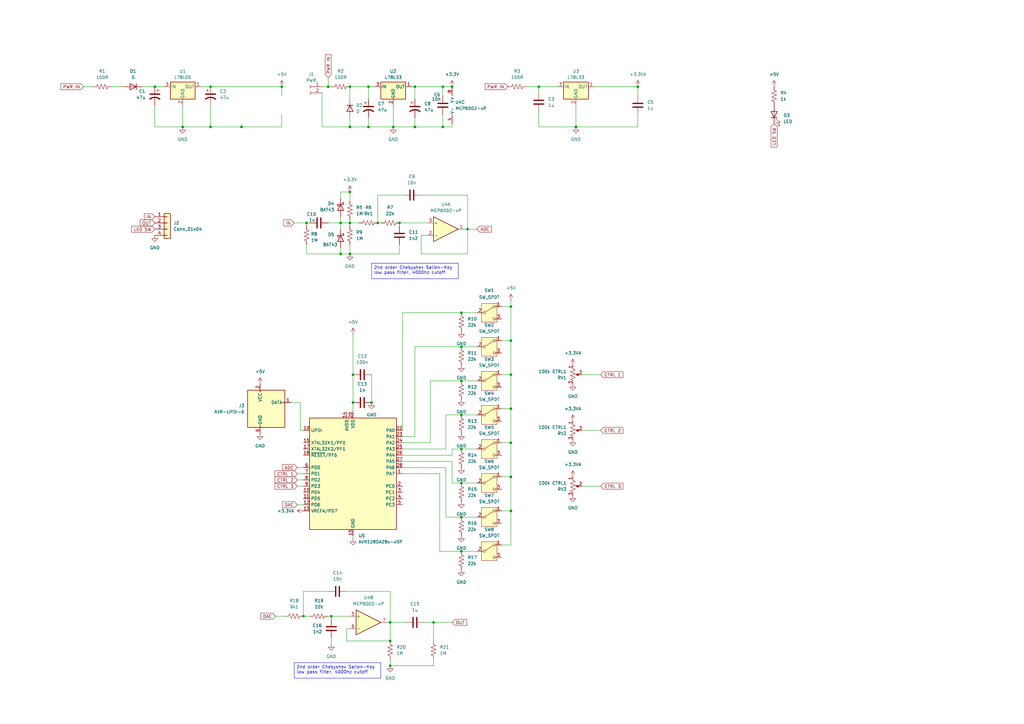
<source format=kicad_sch>
(kicad_sch (version 20231120) (generator "eeschema") (generator_version "8.0")
  (paper "A3")
  (lib_symbols
    (symbol "Amplifier_Operational:MCP6002-xP" (pin_names (offset 0.127))
      (property "Reference" "U" (at 0 5.08 0))
      (property "Value" "MCP6002-xP" (at 0 -5.08 0))
      (symbol "MCP6002-xP_1_1"
        (pin output line (at 7.62 0 180) (length 2.54) (name "~") (number "1"))
        (pin input line (at -7.62 -2.54 0) (length 2.54) (name "-") (number "2"))
        (pin input line (at -7.62 2.54 0) (length 2.54) (name "+") (number "3"))
      )
      (symbol "MCP6002-xP_2_1"
        (pin input line (at -7.62 2.54 0) (length 2.54) (name "+") (number "5"))
        (pin input line (at -7.62 -2.54 0) (length 2.54) (name "-") (number "6"))
        (pin output line (at 7.62 0 180) (length 2.54) (name "~") (number "7"))
      )
      (symbol "MCP6002-xP_3_1"
        (pin power_in line (at -2.54 -7.62 90) (length 3.81) (name "V-") (number "4"))
        (pin power_in line (at -2.54 7.62 270) (length 3.81) (name "V+") (number "8"))
      )
    )
    (symbol "Connector:AVR-UPDI-6" (pin_names (offset 1.016))
      (property "Reference" "J" (at -6.35 8.89 0))
      (property "Value" "AVR-UPDI-6" (at 0 8.89 0))
      (symbol "AVR-UPDI-6_1_1"
        (pin passive line (at 10.16 2.54 180) (length 2.54) (name "DATA") (number "1"))
        (pin passive line (at -2.54 10.16 270) (length 2.54) (name "VCC") (number "2"))
        (pin no_connect line (at 7.62 0 180) (length 2.54) hide (name "NC") (number "3"))
        (pin no_connect line (at 7.62 -2.54 180) (length 2.54) hide (name "NC") (number "4"))
        (pin no_connect line (at 7.62 -5.08 180) (length 2.54) hide (name "NC") (number "5"))
        (pin passive line (at -2.54 -10.16 90) (length 2.54) (name "GND") (number "6"))
      )
    )
    (symbol "Connector:Conn_01x02_Socket" (pin_names (offset 1.016) hide)
      (property "Reference" "J" (at 0 2.54 0))
      (property "Value" "Conn_01x02_Socket" (at 0 -5.08 0))
      (symbol "Conn_01x02_Socket_1_1"
        (pin passive line (at -5.08 0 0) (length 3.81) (name "Pin_1") (number "1"))
        (pin passive line (at -5.08 -2.54 0) (length 3.81) (name "Pin_2") (number "2"))
      )
    )
    (symbol "Connector_Generic:Conn_01x04" (pin_names (offset 1.016) hide)
      (property "Reference" "J" (at 0 5.08 0))
      (property "Value" "Conn_01x04" (at 0 -7.62 0))
      (symbol "Conn_01x04_1_1"
        (pin passive line (at -5.08 2.54 0) (length 3.81) (name "Pin_1") (number "1"))
        (pin passive line (at -5.08 0 0) (length 3.81) (name "Pin_2") (number "2"))
        (pin passive line (at -5.08 -2.54 0) (length 3.81) (name "Pin_3") (number "3"))
        (pin passive line (at -5.08 -5.08 0) (length 3.81) (name "Pin_4") (number "4"))
      )
    )
    (symbol "Device:C" (pin_numbers hide) (pin_names (offset 0.254))
      (property "Reference" "C" (at 0.635 2.54 0))
      (property "Value" "C" (at 0.635 -2.54 0))
      (symbol "C_1_1"
        (pin passive line (at 0 3.81 270) (length 2.794) (name "~") (number "1"))
        (pin passive line (at 0 -3.81 90) (length 2.794) (name "~") (number "2"))
      )
    )
    (symbol "Device:C_Polarized_US" (pin_numbers hide) (pin_names (offset 0.254) hide)
      (property "Reference" "C" (at 0.635 2.54 0))
      (property "Value" "C_Polarized_US" (at 0.635 -2.54 0))
      (symbol "C_Polarized_US_1_1"
        (pin passive line (at 0 3.81 270) (length 2.794) (name "~") (number "1"))
        (pin passive line (at 0 -3.81 90) (length 3.302) (name "~") (number "2"))
      )
    )
    (symbol "Device:D" (pin_numbers hide) (pin_names (offset 1.016) hide)
      (property "Reference" "D" (at 0 2.54 0))
      (property "Value" "D" (at 0 -2.54 0))
      (symbol "D_1_1"
        (pin passive line (at -3.81 0 0) (length 2.54) (name "K") (number "1"))
        (pin passive line (at 3.81 0 180) (length 2.54) (name "A") (number "2"))
      )
    )
    (symbol "Device:D_Schottky" (pin_numbers hide) (pin_names (offset 1.016) hide)
      (property "Reference" "D" (at 0 2.54 0))
      (property "Value" "D_Schottky" (at 0 -2.54 0))
      (symbol "D_Schottky_1_1"
        (pin passive line (at -3.81 0 0) (length 2.54) (name "K") (number "1"))
        (pin passive line (at 3.81 0 180) (length 2.54) (name "A") (number "2"))
      )
    )
    (symbol "Device:LED" (pin_numbers hide) (pin_names (offset 1.016) hide)
      (property "Reference" "D" (at 0 2.54 0))
      (property "Value" "LED" (at 0 -2.54 0))
      (symbol "LED_1_1"
        (pin passive line (at -3.81 0 0) (length 2.54) (name "K") (number "1"))
        (pin passive line (at 3.81 0 180) (length 2.54) (name "A") (number "2"))
      )
    )
    (symbol "Device:R_Potentiometer_US" (pin_names (offset 1.016) hide)
      (property "Reference" "RV" (at -4.445 0 90))
      (property "Value" "R_Potentiometer_US" (at -2.54 0 90))
      (symbol "R_Potentiometer_US_1_1"
        (pin passive line (at 0 3.81 270) (length 1.27) (name "1") (number "1"))
        (pin passive line (at 3.81 0 180) (length 1.27) (name "2") (number "2"))
        (pin passive line (at 0 -3.81 90) (length 1.27) (name "3") (number "3"))
      )
    )
    (symbol "Device:R_US" (pin_numbers hide) (pin_names (offset 0))
      (property "Reference" "R" (at 2.54 0 90))
      (property "Value" "R_US" (at -2.54 0 90))
      (symbol "R_US_1_1"
        (pin passive line (at 0 3.81 270) (length 1.27) (name "~") (number "1"))
        (pin passive line (at 0 -3.81 90) (length 1.27) (name "~") (number "2"))
      )
    )
    (symbol "MCU_Microchip_AVR_Dx:AVR128DA28x-xSP"
      (property "Reference" "U" (at -17.78 24.13 0))
      (property "Value" "AVR128DA28x-xSP" (at 2.54 -24.13 0))
      (symbol "AVR128DA28x-xSP_1_1"
        (pin bidirectional line (at 20.32 0 180) (length 2.54) (name "PA7") (number "1"))
        (pin bidirectional line (at -20.32 -7.62 0) (length 2.54) (name "PD4") (number "10"))
        (pin bidirectional line (at -20.32 -10.16 0) (length 2.54) (name "PD5") (number "11"))
        (pin bidirectional line (at -20.32 -12.7 0) (length 2.54) (name "PD6") (number "12"))
        (pin bidirectional line (at -20.32 -15.24 0) (length 2.54) (name "VREFA/PD7") (number "13"))
        (pin power_in line (at -2.54 25.4 270) (length 2.54) (name "AVDD") (number "14"))
        (pin power_in line (at 0 -25.4 90) (length 2.54) (name "GND") (number "15"))
        (pin bidirectional line (at -20.32 12.7 0) (length 2.54) (name "XTAL32K1/PF0") (number "16"))
        (pin bidirectional line (at -20.32 10.16 0) (length 2.54) (name "XTAL32K2/PF1") (number "17"))
        (pin bidirectional line (at -20.32 7.62 0) (length 2.54) (name "~{RESET}/PF6") (number "18"))
        (pin input line (at -20.32 17.78 0) (length 2.54) (name "UPDI") (number "19"))
        (pin bidirectional line (at 20.32 -5.08 180) (length 2.54) (name "PC0") (number "2"))
        (pin power_in line (at 0 25.4 270) (length 2.54) (name "VDD") (number "20"))
        (pin passive line (at 0 -25.4 90) (length 2.54) hide (name "GND") (number "21"))
        (pin bidirectional line (at 20.32 17.78 180) (length 2.54) (name "PA0") (number "22"))
        (pin bidirectional line (at 20.32 15.24 180) (length 2.54) (name "PA1") (number "23"))
        (pin bidirectional line (at 20.32 12.7 180) (length 2.54) (name "PA2") (number "24"))
        (pin bidirectional line (at 20.32 10.16 180) (length 2.54) (name "PA3") (number "25"))
        (pin bidirectional line (at 20.32 7.62 180) (length 2.54) (name "PA4") (number "26"))
        (pin bidirectional line (at 20.32 5.08 180) (length 2.54) (name "PA5") (number "27"))
        (pin bidirectional line (at 20.32 2.54 180) (length 2.54) (name "PA6") (number "28"))
        (pin bidirectional line (at 20.32 -7.62 180) (length 2.54) (name "PC1") (number "3"))
        (pin bidirectional line (at 20.32 -10.16 180) (length 2.54) (name "PC2") (number "4"))
        (pin bidirectional line (at 20.32 -12.7 180) (length 2.54) (name "PC3") (number "5"))
        (pin bidirectional line (at -20.32 2.54 0) (length 2.54) (name "PD0") (number "6"))
        (pin bidirectional line (at -20.32 0 0) (length 2.54) (name "PD1") (number "7"))
        (pin bidirectional line (at -20.32 -2.54 0) (length 2.54) (name "PD2") (number "8"))
        (pin bidirectional line (at -20.32 -5.08 0) (length 2.54) (name "PD3") (number "9"))
      )
    )
    (symbol "Regulator_Linear:L78L05_SOT89" (pin_names (offset 0.254))
      (property "Reference" "U" (at -3.81 3.175 0))
      (property "Value" "L78L05_SOT89" (at -0.635 3.175 0))
      (symbol "L78L05_SOT89_1_1"
        (pin power_out line (at 7.62 0 180) (length 2.54) (name "OUT") (number "1"))
        (pin power_in line (at 0 -7.62 90) (length 2.54) (name "GND") (number "2"))
        (pin power_in line (at -7.62 0 0) (length 2.54) (name "IN") (number "3"))
      )
    )
    (symbol "Regulator_Linear:L78L33_SOT89" (pin_names (offset 0.254))
      (property "Reference" "U" (at -3.81 3.175 0))
      (property "Value" "L78L33_SOT89" (at -0.635 3.175 0))
      (symbol "L78L33_SOT89_1_1"
        (pin power_out line (at 7.62 0 180) (length 2.54) (name "OUT") (number "1"))
        (pin power_in line (at 0 -7.62 90) (length 2.54) (name "GND") (number "2"))
        (pin power_in line (at -7.62 0 0) (length 2.54) (name "IN") (number "3"))
      )
    )
    (symbol "Switch:SW_SPDT" (pin_names (offset 0) hide)
      (property "Reference" "SW" (at 0 5.08 0))
      (property "Value" "SW_SPDT" (at 0 -5.08 0))
      (symbol "SW_SPDT_1_1"
        (pin passive line (at 5.08 2.54 180) (length 2.54) (name "A") (number "1"))
        (pin passive line (at -5.08 0 0) (length 2.54) (name "B") (number "2"))
        (pin passive line (at 5.08 -2.54 180) (length 2.54) (name "C") (number "3"))
      )
    )
    (symbol "power:+3.3V" (power) (pin_numbers hide) (pin_names (offset 0) hide)
      (property "Value" "+3.3V" (at 0 3.556 0))
      (symbol "+3.3V_1_1"
        (pin power_in line (at 0 0 90) (length 0) (name "~") (number "1"))
      )
    )
    (symbol "power:+3.3VA" (power) (pin_numbers hide) (pin_names (offset 0) hide)
      (property "Value" "+3.3VA" (at 0 3.556 0))
      (symbol "+3.3VA_1_1"
        (pin power_in line (at 0 0 90) (length 0) (name "~") (number "1"))
      )
    )
    (symbol "power:+5V" (power) (pin_numbers hide) (pin_names (offset 0) hide)
      (property "Value" "+5V" (at 0 3.556 0))
      (symbol "+5V_1_1"
        (pin power_in line (at 0 0 90) (length 0) (name "~") (number "1"))
      )
    )
    (symbol "power:GND" (power) (pin_numbers hide) (pin_names (offset 0) hide)
      (property "Value" "GND" (at 0 -3.81 0))
      (symbol "GND_1_1"
        (pin power_in line (at 0 0 270) (length 0) (name "~") (number "1"))
      )
    )
  )
  (junction (at 189.23 212.09))
  (junction (at 152.4 165.1))
  (junction (at 189.23 170.18))
  (junction (at 189.23 184.15))
  (junction (at 209.55 195.58))
  (junction (at 163.83 91.44))
  (junction (at 161.29 52.07))
  (junction (at 154.94 91.44))
  (junction (at 191.77 93.98))
  (junction (at 189.23 226.06))
  (junction (at 189.23 198.12))
  (junction (at 86.36 52.07))
  (junction (at 209.55 181.61))
  (junction (at 139.7 104.14))
  (junction (at 134.62 35.56))
  (junction (at 261.62 35.56))
  (junction (at 125.73 91.44))
  (junction (at 143.51 104.14))
  (junction (at 177.8 255.27))
  (junction (at 143.51 78.74))
  (junction (at 63.5 35.56))
  (junction (at 181.61 52.07))
  (junction (at 74.93 52.07))
  (junction (at 160.02 255.27))
  (junction (at 151.13 52.07))
  (junction (at 86.36 35.56))
  (junction (at 160.02 273.05))
  (junction (at 144.78 153.67))
  (junction (at 135.89 252.73))
  (junction (at 143.51 35.56))
  (junction (at 209.55 139.7))
  (junction (at 139.7 91.44))
  (junction (at 189.23 156.21))
  (junction (at 143.51 52.07))
  (junction (at 209.55 125.73))
  (junction (at 181.61 35.56))
  (junction (at 151.13 35.56))
  (junction (at 160.02 262.89))
  (junction (at 170.18 35.56))
  (junction (at 209.55 209.55))
  (junction (at 189.23 142.24))
  (junction (at 209.55 167.64))
  (junction (at 189.23 128.27))
  (junction (at 115.57 35.56))
  (junction (at 185.42 35.56))
  (junction (at 236.22 52.07))
  (junction (at 124.46 252.73))
  (junction (at 144.78 165.1))
  (junction (at 170.18 52.07))
  (junction (at 99.06 52.07))
  (junction (at 209.55 153.67))
  (junction (at 220.98 35.56))
  (junction (at 143.51 91.44))
  (wire (pts (xy 220.98 52.07) (xy 236.22 52.07)))
  (wire (pts (xy 120.65 91.44) (xy 125.73 91.44)))
  (wire (pts (xy 121.92 191.77) (xy 124.46 191.77)))
  (wire (pts (xy 172.72 104.14) (xy 191.77 104.14)))
  (wire (pts (xy 160.02 242.57) (xy 160.02 255.27)))
  (wire (pts (xy 143.51 91.44) (xy 143.51 92.71)))
  (wire (pts (xy 189.23 128.27) (xy 195.58 128.27)))
  (wire (pts (xy 160.02 262.89) (xy 160.02 255.27)))
  (wire (pts (xy 134.62 31.75) (xy 134.62 35.56)))
  (wire (pts (xy 180.34 194.31) (xy 180.34 226.06)))
  (wire (pts (xy 182.88 170.18) (xy 189.23 170.18)))
  (wire (pts (xy 143.51 91.44) (xy 143.51 90.17)))
  (wire (pts (xy 177.8 273.05) (xy 177.8 270.51)))
  (wire (pts (xy 165.1 191.77) (xy 182.88 191.77)))
  (wire (pts (xy 209.55 209.55) (xy 209.55 223.52)))
  (wire (pts (xy 185.42 189.23) (xy 165.1 189.23)))
  (wire (pts (xy 185.42 186.69) (xy 185.42 184.15)))
  (wire (pts (xy 113.03 252.73) (xy 116.84 252.73)))
  (wire (pts (xy 170.18 40.64) (xy 170.18 35.56)))
  (wire (pts (xy 63.5 43.18) (xy 63.5 52.07)))
  (wire (pts (xy 99.06 50.8) (xy 99.06 52.07)))
  (wire (pts (xy 151.13 48.26) (xy 151.13 52.07)))
  (wire (pts (xy 177.8 255.27) (xy 177.8 262.89)))
  (wire (pts (xy 209.55 125.73) (xy 205.74 125.73)))
  (wire (pts (xy 132.08 35.56) (xy 134.62 35.56)))
  (wire (pts (xy 86.36 52.07) (xy 74.93 52.07)))
  (wire (pts (xy 154.94 80.01) (xy 154.94 91.44)))
  (wire (pts (xy 191.77 93.98) (xy 190.5 93.98)))
  (wire (pts (xy 185.42 50.8) (xy 185.42 52.07)))
  (wire (pts (xy 220.98 35.56) (xy 228.6 35.56)))
  (wire (pts (xy 165.1 80.01) (xy 154.94 80.01)))
  (wire (pts (xy 220.98 45.72) (xy 220.98 52.07)))
  (wire (pts (xy 74.93 43.18) (xy 74.93 52.07)))
  (wire (pts (xy 115.57 52.07) (xy 99.06 52.07)))
  (wire (pts (xy 175.26 96.52) (xy 172.72 96.52)))
  (wire (pts (xy 132.08 38.1) (xy 132.08 52.07)))
  (wire (pts (xy 139.7 101.6) (xy 139.7 104.14)))
  (wire (pts (xy 173.99 255.27) (xy 177.8 255.27)))
  (wire (pts (xy 143.51 257.81) (xy 142.24 257.81)))
  (wire (pts (xy 163.83 91.44) (xy 175.26 91.44)))
  (wire (pts (xy 209.55 181.61) (xy 209.55 195.58)))
  (wire (pts (xy 181.61 52.07) (xy 185.42 52.07)))
  (wire (pts (xy 123.19 176.53) (xy 124.46 176.53)))
  (wire (pts (xy 144.78 165.1) (xy 144.78 168.91)))
  (wire (pts (xy 163.83 100.33) (xy 163.83 104.14)))
  (wire (pts (xy 143.51 35.56) (xy 143.51 40.64)))
  (wire (pts (xy 160.02 255.27) (xy 158.75 255.27)))
  (wire (pts (xy 205.74 181.61) (xy 209.55 181.61)))
  (wire (pts (xy 135.89 252.73) (xy 143.51 252.73)))
  (wire (pts (xy 170.18 142.24) (xy 189.23 142.24)))
  (wire (pts (xy 165.1 179.07) (xy 170.18 179.07)))
  (wire (pts (xy 139.7 91.44) (xy 139.7 93.98)))
  (wire (pts (xy 205.74 223.52) (xy 209.55 223.52)))
  (wire (pts (xy 209.55 125.73) (xy 209.55 139.7)))
  (wire (pts (xy 236.22 52.07) (xy 261.62 52.07)))
  (wire (pts (xy 142.24 257.81) (xy 142.24 262.89)))
  (wire (pts (xy 139.7 91.44) (xy 143.51 91.44)))
  (wire (pts (xy 86.36 43.18) (xy 86.36 52.07)))
  (wire (pts (xy 170.18 179.07) (xy 170.18 142.24)))
  (wire (pts (xy 144.78 137.16) (xy 144.78 153.67)))
  (wire (pts (xy 160.02 270.51) (xy 160.02 273.05)))
  (wire (pts (xy 144.78 153.67) (xy 144.78 165.1)))
  (wire (pts (xy 205.74 153.67) (xy 209.55 153.67)))
  (wire (pts (xy 63.5 35.56) (xy 67.31 35.56)))
  (wire (pts (xy 160.02 255.27) (xy 166.37 255.27)))
  (wire (pts (xy 143.51 100.33) (xy 143.51 104.14)))
  (wire (pts (xy 124.46 252.73) (xy 127 252.73)))
  (wire (pts (xy 170.18 35.56) (xy 168.91 35.56)))
  (wire (pts (xy 115.57 46.99) (xy 115.57 52.07)))
  (wire (pts (xy 205.74 139.7) (xy 209.55 139.7)))
  (wire (pts (xy 181.61 35.56) (xy 181.61 39.37)))
  (wire (pts (xy 151.13 52.07) (xy 161.29 52.07)))
  (wire (pts (xy 121.92 207.01) (xy 124.46 207.01)))
  (wire (pts (xy 143.51 35.56) (xy 151.13 35.56)))
  (wire (pts (xy 191.77 104.14) (xy 191.77 93.98)))
  (wire (pts (xy 209.55 153.67) (xy 209.55 167.64)))
  (wire (pts (xy 161.29 52.07) (xy 161.29 43.18)))
  (wire (pts (xy 238.76 199.39) (xy 246.38 199.39)))
  (wire (pts (xy 181.61 35.56) (xy 185.42 35.56)))
  (wire (pts (xy 135.89 252.73) (xy 135.89 254)))
  (wire (pts (xy 82.55 35.56) (xy 86.36 35.56)))
  (wire (pts (xy 143.51 104.14) (xy 163.83 104.14)))
  (wire (pts (xy 45.72 35.56) (xy 50.8 35.56)))
  (wire (pts (xy 121.92 199.39) (xy 124.46 199.39)))
  (wire (pts (xy 134.62 91.44) (xy 139.7 91.44)))
  (wire (pts (xy 170.18 52.07) (xy 161.29 52.07)))
  (wire (pts (xy 182.88 212.09) (xy 189.23 212.09)))
  (wire (pts (xy 209.55 123.19) (xy 209.55 125.73)))
  (wire (pts (xy 124.46 242.57) (xy 124.46 252.73)))
  (wire (pts (xy 134.62 252.73) (xy 135.89 252.73)))
  (wire (pts (xy 189.23 170.18) (xy 195.58 170.18)))
  (wire (pts (xy 189.23 212.09) (xy 195.58 212.09)))
  (wire (pts (xy 243.84 35.56) (xy 261.62 35.56)))
  (wire (pts (xy 191.77 80.01) (xy 191.77 93.98)))
  (wire (pts (xy 189.23 184.15) (xy 195.58 184.15)))
  (wire (pts (xy 99.06 52.07) (xy 86.36 52.07)))
  (wire (pts (xy 176.53 156.21) (xy 189.23 156.21)))
  (wire (pts (xy 135.89 261.62) (xy 135.89 264.16)))
  (wire (pts (xy 119.38 165.1) (xy 123.19 165.1)))
  (wire (pts (xy 182.88 184.15) (xy 165.1 184.15)))
  (wire (pts (xy 176.53 156.21) (xy 176.53 181.61)))
  (wire (pts (xy 58.42 35.56) (xy 63.5 35.56)))
  (wire (pts (xy 185.42 198.12) (xy 185.42 189.23)))
  (wire (pts (xy 143.51 91.44) (xy 147.32 91.44)))
  (wire (pts (xy 121.92 196.85) (xy 124.46 196.85)))
  (wire (pts (xy 170.18 48.26) (xy 170.18 52.07)))
  (wire (pts (xy 189.23 198.12) (xy 195.58 198.12)))
  (wire (pts (xy 209.55 195.58) (xy 209.55 209.55)))
  (wire (pts (xy 125.73 91.44) (xy 125.73 92.71)))
  (wire (pts (xy 189.23 142.24) (xy 195.58 142.24)))
  (wire (pts (xy 165.1 194.31) (xy 180.34 194.31)))
  (wire (pts (xy 142.24 262.89) (xy 160.02 262.89)))
  (wire (pts (xy 121.92 194.31) (xy 124.46 194.31)))
  (wire (pts (xy 63.5 52.07) (xy 74.93 52.07)))
  (wire (pts (xy 142.24 242.57) (xy 160.02 242.57)))
  (wire (pts (xy 205.74 195.58) (xy 209.55 195.58)))
  (wire (pts (xy 177.8 255.27) (xy 185.42 255.27)))
  (wire (pts (xy 181.61 46.99) (xy 181.61 52.07)))
  (wire (pts (xy 182.88 170.18) (xy 182.88 184.15)))
  (wire (pts (xy 151.13 35.56) (xy 153.67 35.56)))
  (wire (pts (xy 170.18 52.07) (xy 181.61 52.07)))
  (wire (pts (xy 139.7 81.28) (xy 139.7 78.74)))
  (wire (pts (xy 125.73 100.33) (xy 125.73 104.14)))
  (wire (pts (xy 189.23 226.06) (xy 195.58 226.06)))
  (wire (pts (xy 125.73 104.14) (xy 139.7 104.14)))
  (wire (pts (xy 127 91.44) (xy 125.73 91.44)))
  (wire (pts (xy 220.98 35.56) (xy 220.98 38.1)))
  (wire (pts (xy 261.62 39.37) (xy 261.62 35.56)))
  (wire (pts (xy 261.62 46.99) (xy 261.62 52.07)))
  (wire (pts (xy 163.83 91.44) (xy 163.83 92.71)))
  (wire (pts (xy 115.57 39.37) (xy 115.57 35.56)))
  (wire (pts (xy 165.1 176.53) (xy 165.1 128.27)))
  (wire (pts (xy 134.62 35.56) (xy 135.89 35.56)))
  (wire (pts (xy 236.22 52.07) (xy 236.22 43.18)))
  (wire (pts (xy 172.72 96.52) (xy 172.72 104.14)))
  (wire (pts (xy 34.29 35.56) (xy 38.1 35.56)))
  (wire (pts (xy 182.88 191.77) (xy 182.88 212.09)))
  (wire (pts (xy 152.4 153.67) (xy 152.4 165.1)))
  (wire (pts (xy 170.18 35.56) (xy 181.61 35.56)))
  (wire (pts (xy 143.51 78.74) (xy 143.51 82.55)))
  (wire (pts (xy 143.51 52.07) (xy 151.13 52.07)))
  (wire (pts (xy 165.1 128.27) (xy 189.23 128.27)))
  (wire (pts (xy 189.23 156.21) (xy 195.58 156.21)))
  (wire (pts (xy 215.9 35.56) (xy 220.98 35.56)))
  (wire (pts (xy 176.53 181.61) (xy 165.1 181.61)))
  (wire (pts (xy 172.72 80.01) (xy 191.77 80.01)))
  (wire (pts (xy 165.1 186.69) (xy 185.42 186.69)))
  (wire (pts (xy 139.7 78.74) (xy 143.51 78.74)))
  (wire (pts (xy 189.23 198.12) (xy 185.42 198.12)))
  (wire (pts (xy 151.13 35.56) (xy 151.13 40.64)))
  (wire (pts (xy 238.76 153.67) (xy 246.38 153.67)))
  (wire (pts (xy 205.74 209.55) (xy 209.55 209.55)))
  (wire (pts (xy 86.36 35.56) (xy 115.57 35.56)))
  (wire (pts (xy 195.58 93.98) (xy 191.77 93.98)))
  (wire (pts (xy 123.19 165.1) (xy 123.19 176.53)))
  (wire (pts (xy 134.62 242.57) (xy 124.46 242.57)))
  (wire (pts (xy 205.74 167.64) (xy 209.55 167.64)))
  (wire (pts (xy 132.08 52.07) (xy 143.51 52.07)))
  (wire (pts (xy 139.7 88.9) (xy 139.7 91.44)))
  (wire (pts (xy 144.78 219.71) (xy 144.78 220.98)))
  (wire (pts (xy 160.02 273.05) (xy 177.8 273.05)))
  (wire (pts (xy 238.76 176.53) (xy 246.38 176.53)))
  (wire (pts (xy 209.55 153.67) (xy 209.55 139.7)))
  (wire (pts (xy 143.51 48.26) (xy 143.51 52.07)))
  (wire (pts (xy 139.7 104.14) (xy 143.51 104.14)))
  (wire (pts (xy 154.94 91.44) (xy 156.21 91.44)))
  (wire (pts (xy 209.55 167.64) (xy 209.55 181.61)))
  (wire (pts (xy 185.42 184.15) (xy 189.23 184.15)))
  (wire (pts (xy 180.34 226.06) (xy 189.23 226.06)))
  (text_box "2nd order Chebyshev Salien-Key low pass filter, 4000hz cutoff" (at 120.65 271.78 0) (size 35.56 6.35) (effects (font (size 1.27 1.27)) (justify left top)))
  (text_box "2nd order Chebyshev Salien-Key low pass filter, 4000hz cutoff" (at 152.4 107.95 0) (size 35.56 6.35) (effects (font (size 1.27 1.27)) (justify left top)))
  (global_label "PWR IN" (shape input) (at 34.29 35.56 180) (property "Intersheetrefs" "${INTERSHEET_REFS}" (effects (hide yes))))
  (global_label "OUT" (shape input) (at 185.42 255.27 0) (property "Intersheetrefs" "${INTERSHEET_REFS}" (effects (hide yes))))
  (global_label "CTRL 1" (shape input) (at 246.38 153.67 0) (property "Intersheetrefs" "${INTERSHEET_REFS}" (effects (hide yes))))
  (global_label "CTRL 2" (shape input) (at 121.92 196.85 180) (property "Intersheetrefs" "${INTERSHEET_REFS}" (effects (hide yes))))
  (global_label "CTRL 3" (shape input) (at 246.38 199.39 0) (property "Intersheetrefs" "${INTERSHEET_REFS}" (effects (hide yes))))
  (global_label "OUT" (shape input) (at 63.5 91.44 180) (property "Intersheetrefs" "${INTERSHEET_REFS}" (effects (hide yes))))
  (global_label "PWR IN" (shape input) (at 134.62 31.75 90) (property "Intersheetrefs" "${INTERSHEET_REFS}" (effects (hide yes))))
  (global_label "PWR IN" (shape input) (at 208.28 35.56 180) (property "Intersheetrefs" "${INTERSHEET_REFS}" (effects (hide yes))))
  (global_label "DAC" (shape input) (at 121.92 207.01 180) (property "Intersheetrefs" "${INTERSHEET_REFS}" (effects (hide yes))))
  (global_label "IN" (shape input) (at 63.5 88.9 180) (property "Intersheetrefs" "${INTERSHEET_REFS}" (effects (hide yes))))
  (global_label "LED SW" (shape input) (at 63.5 93.98 180) (property "Intersheetrefs" "${INTERSHEET_REFS}" (effects (hide yes))))
  (global_label "DAC" (shape input) (at 113.03 252.73 180) (property "Intersheetrefs" "${INTERSHEET_REFS}" (effects (hide yes))))
  (global_label "CTRL 3" (shape input) (at 121.92 199.39 180) (property "Intersheetrefs" "${INTERSHEET_REFS}" (effects (hide yes))))
  (global_label "LED SW" (shape input) (at 317.5 50.8 270) (property "Intersheetrefs" "${INTERSHEET_REFS}" (effects (hide yes))))
  (global_label "ADC" (shape input) (at 195.58 93.98 0) (property "Intersheetrefs" "${INTERSHEET_REFS}" (effects (hide yes))))
  (global_label "IN" (shape input) (at 120.65 91.44 180) (property "Intersheetrefs" "${INTERSHEET_REFS}" (effects (hide yes))))
  (global_label "ADC" (shape input) (at 121.92 191.77 180) (property "Intersheetrefs" "${INTERSHEET_REFS}" (effects (hide yes))))
  (global_label "CTRL 1" (shape input) (at 121.92 194.31 180) (property "Intersheetrefs" "${INTERSHEET_REFS}" (effects (hide yes))))
  (global_label "CTRL 2" (shape input) (at 246.38 176.53 0) (property "Intersheetrefs" "${INTERSHEET_REFS}" (effects (hide yes))))
  (symbol (lib_id "power:GND") (at 236.22 52.07 0) (unit 1)
    (property "Reference" "#PWR033" (effects (hide yes)))
    (property "Value" "GND" (at 236.22 57.15 0))
    (property "Description" "Power symbol creates a global label with name \"GND\" , ground" (effects (hide yes)))
  )
  (symbol (lib_id "Device:R_US") (at 177.8 266.7 0) (unit 1)
    (property "Reference" "R21" (at 180.34 265.4299 0) (effects (justify left)))
    (property "Value" "1M" (at 180.34 267.9699 0) (effects (justify left)))
    (property "Footprint" "Resistor_SMD:R_0805_2012Metric" (effects (hide yes)))
    (property "Description" "Resistor, US symbol" (effects (hide yes)))
  )
  (symbol (lib_id "Switch:SW_SPDT") (at 200.66 184.15 0) (unit 1) (in_bom no)
    (property "Reference" "SW5" (at 200.66 175.26 0))
    (property "Value" "SW_SPDT" (at 200.66 177.8 0))
    (property "Footprint" "SPDT Switch:2MS1T1B3M2QES" (effects (hide yes)))
    (property "Description" "Switch, single pole double throw" (effects (hide yes)))
  )
  (symbol (lib_id "Regulator_Linear:L78L33_SOT89") (at 161.29 35.56 0) (unit 1)
    (property "Reference" "U2" (at 161.29 29.21 0))
    (property "Value" "L78L33" (at 161.29 31.75 0))
    (property "Footprint" "Package_TO_SOT_SMD:SOT-89-3" (effects (hide yes)))
    (property "Datasheet" "http://www.st.com/content/ccc/resource/technical/document/datasheet/15/55/e5/aa/23/5b/43/fd/CD00000446.pdf/files/CD00000446.pdf/jcr:content/translations/en.CD00000446.pdf" (effects (hide yes)))
    (property "Description" "Positive 100mA 30V Linear Regulator, Fixed Output 3.3V, SOT-89" (effects (hide yes)))
  )
  (symbol (lib_id "Device:R_US") (at 189.23 173.99 180) (unit 1)
    (property "Reference" "R13" (at 191.77 172.7199 0) (effects (justify right)))
    (property "Value" "22k" (at 191.77 175.2599 0) (effects (justify right)))
    (property "Footprint" "Resistor_SMD:R_0805_2012Metric" (effects (hide yes)))
    (property "Description" "Resistor, US symbol" (effects (hide yes)))
  )
  (symbol (lib_id "Device:R_US") (at 125.73 96.52 0) (unit 1)
    (property "Reference" "R8" (at 127.508 96.012 0) (effects (justify left)))
    (property "Value" "1M" (at 127.508 98.552 0) (effects (justify left)))
    (property "Footprint" "Resistor_SMD:R_0805_2012Metric" (effects (hide yes)))
    (property "Description" "Resistor, US symbol" (effects (hide yes)))
  )
  (symbol (lib_id "Device:C_Polarized_US") (at 151.13 44.45 0) (unit 1) (in_bom no)
    (property "Reference" "C7" (at 154.94 42.5449 0) (effects (justify left)))
    (property "Value" "47u" (at 154.94 45.0849 0) (effects (justify left)))
    (property "Footprint" "Capacitor_THT:CP_Radial_D5.0mm_P2.50mm" (effects (hide yes)))
    (property "Description" "Polarized capacitor, US symbol" (effects (hide yes)))
  )
  (symbol (lib_id "Switch:SW_SPDT") (at 200.66 212.09 0) (unit 1) (in_bom no)
    (property "Reference" "SW7" (at 200.66 203.2 0))
    (property "Value" "SW_SPDT" (at 200.66 205.74 0))
    (property "Footprint" "SPDT Switch:2MS1T1B3M2QES" (effects (hide yes)))
    (property "Description" "Switch, single pole double throw" (effects (hide yes)))
  )
  (symbol (lib_id "Device:R_US") (at 189.23 187.96 180) (unit 1)
    (property "Reference" "R14" (at 191.77 186.6899 0) (effects (justify right)))
    (property "Value" "22k" (at 191.77 189.2299 0) (effects (justify right)))
    (property "Footprint" "Resistor_SMD:R_0805_2012Metric" (effects (hide yes)))
    (property "Description" "Resistor, US symbol" (effects (hide yes)))
  )
  (symbol (lib_id "power:+5V") (at 106.68 157.48 0) (unit 1)
    (property "Reference" "#PWR015" (effects (hide yes)))
    (property "Value" "+5V" (at 106.68 152.4 0))
    (property "Description" "Power symbol creates a global label with name \"+5V\"" (effects (hide yes)))
  )
  (symbol (lib_id "power:GND") (at 189.23 205.74 0) (unit 1)
    (property "Reference" "#PWR026" (effects (hide yes)))
    (property "Value" "GND" (at 189.23 210.82 0))
    (property "Description" "Power symbol creates a global label with name \"GND\" , ground" (effects (hide yes)))
  )
  (symbol (lib_id "Switch:SW_SPDT") (at 200.66 226.06 0) (unit 1) (in_bom no)
    (property "Reference" "SW8" (at 200.66 217.17 0))
    (property "Value" "SW_SPDT" (at 200.66 219.71 0))
    (property "Footprint" "SPDT Switch:2MS1T1B3M2QES" (effects (hide yes)))
    (property "Description" "Switch, single pole double throw" (effects (hide yes)))
  )
  (symbol (lib_id "Device:C") (at 170.18 255.27 90) (unit 1) (in_bom no)
    (property "Reference" "C15" (at 170.18 247.65 90))
    (property "Value" "1u" (at 170.18 250.19 90))
    (property "Footprint" "Capacitor_THT:C_Rect_L7.0mm_W6.5mm_P5.00mm" (effects (hide yes)))
    (property "Description" "Unpolarized capacitor" (effects (hide yes)))
  )
  (symbol (lib_id "Connector:AVR-UPDI-6") (at 109.22 167.64 0) (unit 1)
    (property "Reference" "J3" (at 100.33 166.3699 0) (effects (justify right)))
    (property "Value" "AVR-UPDI-6" (at 100.33 168.9099 0) (effects (justify right)))
    (property "Footprint" "Connector_PinHeader_2.54mm:PinHeader_2x03_P2.54mm_Vertical" (effects (hide yes)))
    (property "Datasheet" "https://www.microchip.com/webdoc/GUID-9D10622A-5C16-4405-B092-1BDD437B4976/index.html?GUID-9B349315-2842-4189-B88C-49F4E1055D7F" (effects (hide yes)))
    (property "Description" "Atmel 6-pin UPDI connector" (effects (hide yes)))
  )
  (symbol (lib_id "Switch:SW_SPDT") (at 200.66 142.24 0) (unit 1) (in_bom no)
    (property "Reference" "SW2" (at 200.66 133.35 0))
    (property "Value" "SW_SPDT" (at 200.66 135.89 0))
    (property "Footprint" "SPDT Switch:2MS1T1B3M2QES" (effects (hide yes)))
    (property "Description" "Switch, single pole double throw" (effects (hide yes)))
  )
  (symbol (lib_id "power:+3.3VA") (at 234.95 195.58 0) (unit 1)
    (property "Reference" "#PWR024" (effects (hide yes)))
    (property "Value" "+3.3VA" (at 234.95 190.5 0))
    (property "Description" "Power symbol creates a global label with name \"+3.3VA\"" (effects (hide yes)))
  )
  (symbol (lib_id "Amplifier_Operational:MCP6002-xP") (at 182.88 93.98 0) (unit 1) (in_bom no)
    (property "Reference" "U4" (at 182.88 83.82 0))
    (property "Value" "MCP6002-xP" (at 182.88 86.36 0))
    (property "Footprint" "Package_DIP:DIP-8_W7.62mm_Socket" (effects (hide yes)))
    (property "Datasheet" "http://ww1.microchip.com/downloads/en/DeviceDoc/21733j.pdf" (effects (hide yes)))
    (property "Description" "1MHz, Low-Power Op Amp, DIP-8" (effects (hide yes)))
  )
  (symbol (lib_id "Device:C") (at 220.98 41.91 180) (unit 1)
    (property "Reference" "C3" (at 224.79 40.6399 0) (effects (justify right)))
    (property "Value" "1u" (at 224.79 43.1799 0) (effects (justify right)))
    (property "Footprint" "Capacitor_SMD:C_1210_3225Metric" (effects (hide yes)))
    (property "Description" "Unpolarized capacitor" (effects (hide yes)))
  )
  (symbol (lib_id "Device:LED") (at 317.5 46.99 90) (unit 1) (in_bom no)
    (property "Reference" "D3" (at 321.31 47.3074 90) (effects (justify right)))
    (property "Value" "LED" (at 321.31 49.8474 90) (effects (justify right)))
    (property "Footprint" "LED_THT:LED_D3.0mm" (effects (hide yes)))
    (property "Description" "Light emitting diode" (effects (hide yes)))
  )
  (symbol (lib_id "power:GND") (at 189.23 149.86 0) (unit 1)
    (property "Reference" "#PWR013" (effects (hide yes)))
    (property "Value" "GND" (at 189.23 154.94 0))
    (property "Description" "Power symbol creates a global label with name \"GND\" , ground" (effects (hide yes)))
  )
  (symbol (lib_id "Device:C") (at 148.59 165.1 90) (unit 1)
    (property "Reference" "C13" (at 148.59 157.48 90))
    (property "Value" "1n" (at 148.59 160.02 90))
    (property "Footprint" "Capacitor_SMD:C_0603_1608Metric" (effects (hide yes)))
    (property "Description" "Unpolarized capacitor" (effects (hide yes)))
  )
  (symbol (lib_id "Device:R_US") (at 143.51 86.36 0) (unit 1)
    (property "Reference" "R5" (at 146.05 85.0899 0) (effects (justify left)))
    (property "Value" "1M" (at 146.05 87.6299 0) (effects (justify left)))
    (property "Footprint" "Resistor_SMD:R_0805_2012Metric" (effects (hide yes)))
    (property "Description" "Resistor, US symbol" (effects (hide yes)))
  )
  (symbol (lib_id "Device:R_US") (at 120.65 252.73 90) (unit 1)
    (property "Reference" "R18" (at 120.65 246.38 90))
    (property "Value" "9k1" (at 120.65 248.92 90))
    (property "Footprint" "Resistor_SMD:R_0805_2012Metric" (effects (hide yes)))
    (property "Description" "Resistor, US symbol" (effects (hide yes)))
  )
  (symbol (lib_id "Device:R_US") (at 189.23 132.08 180) (unit 1)
    (property "Reference" "R10" (at 191.77 130.8099 0) (effects (justify right)))
    (property "Value" "22k" (at 191.77 133.3499 0) (effects (justify right)))
    (property "Footprint" "Resistor_SMD:R_0805_2012Metric" (effects (hide yes)))
    (property "Description" "Resistor, US symbol" (effects (hide yes)))
  )
  (symbol (lib_id "power:GND") (at 161.29 52.07 0) (unit 1)
    (property "Reference" "#PWR06" (effects (hide yes)))
    (property "Value" "GND" (at 161.29 57.15 0))
    (property "Description" "Power symbol creates a global label with name \"GND\" , ground" (effects (hide yes)))
  )
  (symbol (lib_id "Device:R_US") (at 160.02 91.44 90) (unit 1)
    (property "Reference" "R7" (at 160.02 85.09 90))
    (property "Value" "22k" (at 160.02 87.63 90))
    (property "Footprint" "Resistor_SMD:R_0805_2012Metric" (effects (hide yes)))
    (property "Description" "Resistor, US symbol" (effects (hide yes)))
  )
  (symbol (lib_id "power:GND") (at 189.23 191.77 0) (unit 1)
    (property "Reference" "#PWR023" (effects (hide yes)))
    (property "Value" "GND" (at 189.23 196.85 0))
    (property "Description" "Power symbol creates a global label with name \"GND\" , ground" (effects (hide yes)))
  )
  (symbol (lib_id "Device:R_US") (at 41.91 35.56 90) (unit 1) (in_bom no)
    (property "Reference" "R1" (at 41.91 29.21 90))
    (property "Value" "100R" (at 41.91 31.75 90))
    (property "Footprint" "Resistor_THT:R_Axial_DIN0207_L6.3mm_D2.5mm_P7.62mm_Horizontal" (effects (hide yes)))
    (property "Description" "Resistor, US symbol" (effects (hide yes)))
  )
  (symbol (lib_id "Device:R_US") (at 160.02 266.7 0) (unit 1)
    (property "Reference" "R20" (at 162.56 265.4299 0) (effects (justify left)))
    (property "Value" "1M" (at 162.56 267.9699 0) (effects (justify left)))
    (property "Footprint" "Resistor_SMD:R_0805_2012Metric" (effects (hide yes)))
    (property "Description" "Resistor, US symbol" (effects (hide yes)))
  )
  (symbol (lib_id "Device:D_Schottky") (at 139.7 85.09 270) (unit 1)
    (property "Reference" "D4" (at 137.16 83.5024 90) (effects (justify right)))
    (property "Value" "BAT43" (at 137.16 86.0424 90) (effects (justify right)))
    (property "Footprint" "Diode_THT:D_DO-35_SOD27_P7.62mm_Horizontal" (effects (hide yes)))
    (property "Description" "Schottky diode" (effects (hide yes)))
  )
  (symbol (lib_id "power:GND") (at 189.23 233.68 0) (unit 1)
    (property "Reference" "#PWR030" (effects (hide yes)))
    (property "Value" "GND" (at 189.23 238.76 0))
    (property "Description" "Power symbol creates a global label with name \"GND\" , ground" (effects (hide yes)))
  )
  (symbol (lib_id "power:+5V") (at 209.55 123.19 0) (unit 1)
    (property "Reference" "#PWR010" (effects (hide yes)))
    (property "Value" "+5V" (at 209.55 118.11 0))
    (property "Description" "Power symbol creates a global label with name \"+5V\"" (effects (hide yes)))
  )
  (symbol (lib_id "power:GND") (at 143.51 104.14 0) (unit 1)
    (property "Reference" "#PWR09" (effects (hide yes)))
    (property "Value" "GND" (at 143.51 109.22 0))
    (property "Description" "Power symbol creates a global label with name \"GND\" , ground" (effects (hide yes)))
  )
  (symbol (lib_id "Device:C_Polarized_US") (at 86.36 39.37 0) (unit 1) (in_bom no)
    (property "Reference" "C2" (at 90.17 37.4649 0) (effects (justify left)))
    (property "Value" "47u" (at 90.17 40.0049 0) (effects (justify left)))
    (property "Footprint" "Capacitor_THT:CP_Radial_D5.0mm_P2.50mm" (effects (hide yes)))
    (property "Description" "Polarized capacitor, US symbol" (effects (hide yes)))
  )
  (symbol (lib_id "power:+3.3VA") (at 124.46 209.55 90) (unit 1)
    (property "Reference" "#PWR027" (effects (hide yes)))
    (property "Value" "+3.3VA" (at 120.65 209.5499 90) (effects (justify left)))
    (property "Description" "Power symbol creates a global label with name \"+3.3VA\"" (effects (hide yes)))
  )
  (symbol (lib_id "Regulator_Linear:L78L33_SOT89") (at 236.22 35.56 0) (unit 1)
    (property "Reference" "U3" (at 236.22 29.21 0))
    (property "Value" "L78L33" (at 236.22 31.75 0))
    (property "Footprint" "Package_TO_SOT_SMD:SOT-89-3" (effects (hide yes)))
    (property "Datasheet" "http://www.st.com/content/ccc/resource/technical/document/datasheet/15/55/e5/aa/23/5b/43/fd/CD00000446.pdf/files/CD00000446.pdf/jcr:content/translations/en.CD00000446.pdf" (effects (hide yes)))
    (property "Description" "Positive 100mA 30V Linear Regulator, Fixed Output 3.3V, SOT-89" (effects (hide yes)))
  )
  (symbol (lib_id "Device:R_Potentiometer_US") (at 234.95 153.67 0) (unit 1) (in_bom no)
    (property "Reference" "RV1" (at 232.41 154.9401 0) (effects (justify right)))
    (property "Value" "100k CTRL1" (at 232.41 152.4001 0) (effects (justify right)))
    (property "Footprint" "POT_ALPHA:RV16AF-41" (effects (hide yes)))
    (property "Description" "Potentiometer, US symbol" (effects (hide yes)))
  )
  (symbol (lib_id "power:GND") (at 234.95 180.34 0) (unit 1)
    (property "Reference" "#PWR022" (effects (hide yes)))
    (property "Value" "GND" (at 234.95 185.42 0))
    (property "Description" "Power symbol creates a global label with name \"GND\" , ground" (effects (hide yes)))
  )
  (symbol (lib_id "Device:C") (at 148.59 153.67 90) (unit 1)
    (property "Reference" "C12" (at 148.59 146.05 90))
    (property "Value" "100n" (at 148.59 148.59 90))
    (property "Footprint" "Capacitor_SMD:C_0603_1608Metric" (effects (hide yes)))
    (property "Description" "Unpolarized capacitor" (effects (hide yes)))
  )
  (symbol (lib_id "Connector_Generic:Conn_01x04") (at 68.58 91.44 0) (unit 1) (in_bom no)
    (property "Reference" "J2" (at 71.12 91.4399 0) (effects (justify left)))
    (property "Value" "Conn_01x04" (at 71.12 93.9799 0) (effects (justify left)))
    (property "Footprint" "Connector_PinHeader_2.54mm:PinHeader_1x04_P2.54mm_Vertical" (effects (hide yes)))
    (property "Description" "Generic connector, single row, 01x04, script generated (kicad-library-utils/schlib/autogen/connector/)" (effects (hide yes)))
  )
  (symbol (lib_id "Device:R_Potentiometer_US") (at 234.95 176.53 0) (unit 1) (in_bom no)
    (property "Reference" "RV2" (at 232.41 177.8001 0) (effects (justify right)))
    (property "Value" "100k CTRL1" (at 232.41 175.2601 0) (effects (justify right)))
    (property "Footprint" "POT_ALPHA:RV16AF-41" (effects (hide yes)))
    (property "Description" "Potentiometer, US symbol" (effects (hide yes)))
  )
  (symbol (lib_id "Switch:SW_SPDT") (at 200.66 170.18 0) (unit 1) (in_bom no)
    (property "Reference" "SW4" (at 200.66 161.29 0))
    (property "Value" "SW_SPDT" (at 200.66 163.83 0))
    (property "Footprint" "SPDT Switch:2MS1T1B3M2QES" (effects (hide yes)))
    (property "Description" "Switch, single pole double throw" (effects (hide yes)))
  )
  (symbol (lib_id "power:GND") (at 189.23 163.83 0) (unit 1)
    (property "Reference" "#PWR017" (effects (hide yes)))
    (property "Value" "GND" (at 189.23 168.91 0))
    (property "Description" "Power symbol creates a global label with name \"GND\" , ground" (effects (hide yes)))
  )
  (symbol (lib_id "power:GND") (at 189.23 177.8 0) (unit 1)
    (property "Reference" "#PWR021" (effects (hide yes)))
    (property "Value" "GND" (at 189.23 182.88 0))
    (property "Description" "Power symbol creates a global label with name \"GND\" , ground" (effects (hide yes)))
  )
  (symbol (lib_id "power:GND") (at 152.4 165.1 0) (unit 1)
    (property "Reference" "#PWR018" (effects (hide yes)))
    (property "Value" "GND" (at 152.4 170.18 0))
    (property "Description" "Power symbol creates a global label with name \"GND\" , ground" (effects (hide yes)))
  )
  (symbol (lib_id "Device:R_US") (at 189.23 201.93 180) (unit 1)
    (property "Reference" "R15" (at 191.77 200.6599 0) (effects (justify right)))
    (property "Value" "22k" (at 191.77 203.1999 0) (effects (justify right)))
    (property "Footprint" "Resistor_SMD:R_0805_2012Metric" (effects (hide yes)))
    (property "Description" "Resistor, US symbol" (effects (hide yes)))
  )
  (symbol (lib_id "Device:C_Polarized_US") (at 63.5 39.37 0) (mirror y) (unit 1) (in_bom no)
    (property "Reference" "C1" (at 59.69 37.4649 0) (effects (justify left)))
    (property "Value" "47u" (at 59.69 40.0049 0) (effects (justify left)))
    (property "Footprint" "Capacitor_THT:CP_Radial_D5.0mm_P2.50mm" (effects (hide yes)))
    (property "Description" "Polarized capacitor, US symbol" (effects (hide yes)))
  )
  (symbol (lib_id "power:GND") (at 144.78 220.98 0) (unit 1)
    (property "Reference" "#PWR029" (effects (hide yes)))
    (property "Value" "GND" (effects (hide yes)))
    (property "Description" "Power symbol creates a global label with name \"GND\" , ground" (effects (hide yes)))
  )
  (symbol (lib_id "Device:C") (at 181.61 43.18 0) (mirror y) (unit 1)
    (property "Reference" "C6" (at 180.594 38.862 0) (effects (justify left)))
    (property "Value" "10n" (at 180.848 40.64 0) (effects (justify left)))
    (property "Footprint" "Capacitor_SMD:C_0603_1608Metric" (effects (hide yes)))
    (property "Description" "Unpolarized capacitor" (effects (hide yes)))
  )
  (symbol (lib_id "Amplifier_Operational:MCP6002-xP") (at 187.96 43.18 0) (unit 3) (in_bom no)
    (property "Reference" "U4" (at 186.69 41.9099 0) (effects (justify left)))
    (property "Value" "MCP6002-xP" (at 186.69 44.4499 0) (effects (justify left)))
    (property "Footprint" "Package_DIP:DIP-8_W7.62mm_Socket" (effects (hide yes)))
    (property "Datasheet" "http://ww1.microchip.com/downloads/en/DeviceDoc/21733j.pdf" (effects (hide yes)))
    (property "Description" "1MHz, Low-Power Op Amp, DIP-8" (effects (hide yes)))
  )
  (symbol (lib_id "Switch:SW_SPDT") (at 200.66 128.27 0) (unit 1) (in_bom no)
    (property "Reference" "SW1" (at 200.66 119.126 0))
    (property "Value" "SW_SPDT" (at 200.66 121.92 0))
    (property "Footprint" "SPDT Switch:2MS1T1B3M2QES" (effects (hide yes)))
    (property "Description" "Switch, single pole double throw" (effects (hide yes)))
  )
  (symbol (lib_id "power:GND") (at 189.23 219.71 0) (unit 1)
    (property "Reference" "#PWR028" (effects (hide yes)))
    (property "Value" "GND" (at 189.23 224.79 0))
    (property "Description" "Power symbol creates a global label with name \"GND\" , ground" (effects (hide yes)))
  )
  (symbol (lib_id "Device:R_US") (at 212.09 35.56 90) (unit 1) (in_bom no)
    (property "Reference" "R3" (at 212.09 29.21 90))
    (property "Value" "100R" (at 212.09 31.75 90))
    (property "Footprint" "Resistor_THT:R_Axial_DIN0207_L6.3mm_D2.5mm_P7.62mm_Horizontal" (effects (hide yes)))
    (property "Description" "Resistor, US symbol" (effects (hide yes)))
  )
  (symbol (lib_id "power:GND") (at 63.5 96.52 0) (unit 1)
    (property "Reference" "#PWR08" (effects (hide yes)))
    (property "Value" "GND" (at 63.5 101.6 0))
    (property "Description" "Power symbol creates a global label with name \"GND\" , ground" (effects (hide yes)))
  )
  (symbol (lib_id "power:+3.3VA") (at 234.95 172.72 0) (unit 1)
    (property "Reference" "#PWR019" (effects (hide yes)))
    (property "Value" "+3.3VA" (at 234.95 167.64 0))
    (property "Description" "Power symbol creates a global label with name \"+3.3VA\"" (effects (hide yes)))
  )
  (symbol (lib_id "Connector:Conn_01x02_Socket") (at 127 35.56 0) (mirror y) (unit 1) (in_bom no)
    (property "Reference" "J1" (at 127.635 30.48 0))
    (property "Value" "PWR" (at 127.635 33.02 0))
    (property "Footprint" "Connector_PinHeader_2.54mm:PinHeader_1x02_P2.54mm_Vertical" (effects (hide yes)))
    (property "Description" "Generic connector, single row, 01x02, script generated" (effects (hide yes)))
  )
  (symbol (lib_id "Device:C") (at 135.89 257.81 0) (mirror y) (unit 1)
    (property "Reference" "C16" (at 132.08 256.5399 0) (effects (justify left)))
    (property "Value" "1n2" (at 132.08 259.0799 0) (effects (justify left)))
    (property "Footprint" "Capacitor_SMD:C_0603_1608Metric" (effects (hide yes)))
    (property "Description" "Unpolarized capacitor" (effects (hide yes)))
  )
  (symbol (lib_id "Device:R_US") (at 317.5 39.37 0) (unit 1)
    (property "Reference" "R4" (at 320.04 38.0999 0) (effects (justify left)))
    (property "Value" "1k" (at 320.04 40.6399 0) (effects (justify left)))
    (property "Footprint" "Resistor_SMD:R_0805_2012Metric" (effects (hide yes)))
    (property "Description" "Resistor, US symbol" (effects (hide yes)))
  )
  (symbol (lib_id "Regulator_Linear:L78L05_SOT89") (at 74.93 35.56 0) (unit 1)
    (property "Reference" "U1" (at 74.93 29.21 0))
    (property "Value" "L78L05" (at 74.93 31.75 0))
    (property "Footprint" "Package_TO_SOT_SMD:SOT-89-3" (effects (hide yes)))
    (property "Datasheet" "http://www.st.com/content/ccc/resource/technical/document/datasheet/15/55/e5/aa/23/5b/43/fd/CD00000446.pdf/files/CD00000446.pdf/jcr:content/translations/en.CD00000446.pdf" (effects (hide yes)))
    (property "Description" "Positive 100mA 30V Linear Regulator, Fixed Output 5V, SOT-89" (effects (hide yes)))
  )
  (symbol (lib_id "power:+3.3V") (at 185.42 35.56 0) (unit 1)
    (property "Reference" "#PWR02" (effects (hide yes)))
    (property "Value" "+3.3V" (at 185.42 30.48 0))
    (property "Description" "Power symbol creates a global label with name \"+3.3V\"" (effects (hide yes)))
  )
  (symbol (lib_id "power:GND") (at 189.23 135.89 0) (unit 1)
    (property "Reference" "#PWR011" (effects (hide yes)))
    (property "Value" "GND" (at 189.23 140.97 0))
    (property "Description" "Power symbol creates a global label with name \"GND\" , ground" (effects (hide yes)))
  )
  (symbol (lib_id "power:+3.3VA") (at 234.95 149.86 0) (unit 1)
    (property "Reference" "#PWR014" (effects (hide yes)))
    (property "Value" "+3.3VA" (at 234.95 144.78 0))
    (property "Description" "Power symbol creates a global label with name \"+3.3VA\"" (effects (hide yes)))
  )
  (symbol (lib_id "power:+3.3V") (at 143.51 78.74 0) (unit 1)
    (property "Reference" "#PWR07" (effects (hide yes)))
    (property "Value" "+3.3V" (at 143.51 73.66 0))
    (property "Description" "Power symbol creates a global label with name \"+3.3V\"" (effects (hide yes)))
  )
  (symbol (lib_id "Switch:SW_SPDT") (at 200.66 156.21 0) (unit 1) (in_bom no)
    (property "Reference" "SW3" (at 200.66 147.32 0))
    (property "Value" "SW_SPDT" (at 200.66 149.86 0))
    (property "Footprint" "SPDT Switch:2MS1T1B3M2QES" (effects (hide yes)))
    (property "Description" "Switch, single pole double throw" (effects (hide yes)))
  )
  (symbol (lib_id "Device:C") (at 261.62 43.18 180) (unit 1)
    (property "Reference" "C5" (at 265.43 41.9099 0) (effects (justify right)))
    (property "Value" "1u" (at 265.43 44.4499 0) (effects (justify right)))
    (property "Footprint" "Capacitor_SMD:C_1210_3225Metric" (effects (hide yes)))
    (property "Description" "Unpolarized capacitor" (effects (hide yes)))
  )
  (symbol (lib_id "Device:D") (at 54.61 35.56 180) (unit 1) (in_bom no)
    (property "Reference" "D1" (at 54.61 29.21 0))
    (property "Value" "D" (at 54.61 31.75 0))
    (property "Footprint" "Diode_THT:D_DO-35_SOD27_P7.62mm_Horizontal" (effects (hide yes)))
    (property "Description" "Diode" (effects (hide yes)))
    (property "Sim.Device" "D" (effects (hide yes)))
    (property "Sim.Pins" "1=K 2=A" (effects (hide yes)))
  )
  (symbol (lib_id "power:GND") (at 135.89 264.16 0) (unit 1)
    (property "Reference" "#PWR031" (effects (hide yes)))
    (property "Value" "GND" (at 135.89 269.24 0))
    (property "Description" "Power symbol creates a global label with name \"GND\" , ground" (effects (hide yes)))
  )
  (symbol (lib_id "Amplifier_Operational:MCP6002-xP") (at 151.13 255.27 0) (unit 2) (in_bom no)
    (property "Reference" "U4" (at 151.13 245.11 0))
    (property "Value" "MCP6002-xP" (at 151.13 247.65 0))
    (property "Footprint" "Package_DIP:DIP-8_W7.62mm_Socket" (effects (hide yes)))
    (property "Datasheet" "http://ww1.microchip.com/downloads/en/DeviceDoc/21733j.pdf" (effects (hide yes)))
    (property "Description" "1MHz, Low-Power Op Amp, DIP-8" (effects (hide yes)))
  )
  (symbol (lib_id "power:GND") (at 106.68 177.8 0) (unit 1)
    (property "Reference" "#PWR020" (effects (hide yes)))
    (property "Value" "GND" (at 106.68 182.88 0))
    (property "Description" "Power symbol creates a global label with name \"GND\" , ground" (effects (hide yes)))
  )
  (symbol (lib_id "power:GND") (at 234.95 157.48 0) (unit 1)
    (property "Reference" "#PWR016" (effects (hide yes)))
    (property "Value" "GND" (at 234.95 162.56 0))
    (property "Description" "Power symbol creates a global label with name \"GND\" , ground" (effects (hide yes)))
  )
  (symbol (lib_id "Device:C") (at 130.81 91.44 90) (unit 1) (in_bom no)
    (property "Reference" "C10" (at 127.762 87.884 90))
    (property "Value" "1u" (at 128.016 90.17 90))
    (property "Footprint" "Capacitor_THT:C_Rect_L7.0mm_W6.5mm_P5.00mm" (effects (hide yes)))
    (property "Description" "Unpolarized capacitor" (effects (hide yes)))
  )
  (symbol (lib_id "power:GND") (at 160.02 273.05 0) (unit 1)
    (property "Reference" "#PWR032" (effects (hide yes)))
    (property "Value" "GND" (at 160.02 278.13 0))
    (property "Description" "Power symbol creates a global label with name \"GND\" , ground" (effects (hide yes)))
  )
  (symbol (lib_id "power:+5V") (at 317.5 35.56 0) (unit 1)
    (property "Reference" "#PWR04" (effects (hide yes)))
    (property "Value" "+5V" (at 317.5 30.48 0))
    (property "Description" "Power symbol creates a global label with name \"+5V\"" (effects (hide yes)))
  )
  (symbol (lib_id "Switch:SW_SPDT") (at 200.66 198.12 0) (unit 1) (in_bom no)
    (property "Reference" "SW6" (at 200.66 189.23 0))
    (property "Value" "SW_SPDT" (at 200.66 191.77 0))
    (property "Footprint" "SPDT Switch:2MS1T1B3M2QES" (effects (hide yes)))
    (property "Description" "Switch, single pole double throw" (effects (hide yes)))
  )
  (symbol (lib_id "power:+3.3VA") (at 261.62 35.56 0) (unit 1)
    (property "Reference" "#PWR03" (effects (hide yes)))
    (property "Value" "+3.3VA" (at 261.62 30.48 0))
    (property "Description" "Power symbol creates a global label with name \"+3.3VA\"" (effects (hide yes)))
  )
  (symbol (lib_id "Device:R_US") (at 189.23 229.87 180) (unit 1)
    (property "Reference" "R17" (at 191.77 228.5999 0) (effects (justify right)))
    (property "Value" "22k" (at 191.77 231.1399 0) (effects (justify right)))
    (property "Footprint" "Resistor_SMD:R_0805_2012Metric" (effects (hide yes)))
    (property "Description" "Resistor, US symbol" (effects (hide yes)))
  )
  (symbol (lib_id "Device:C") (at 163.83 96.52 0) (unit 1)
    (property "Reference" "C11" (at 167.64 95.2499 0) (effects (justify left)))
    (property "Value" "1n2" (at 167.64 97.7899 0) (effects (justify left)))
    (property "Footprint" "Capacitor_SMD:C_0603_1608Metric" (effects (hide yes)))
    (property "Description" "Unpolarized capacitor" (effects (hide yes)))
  )
  (symbol (lib_id "power:GND") (at 234.95 203.2 0) (unit 1)
    (property "Reference" "#PWR025" (effects (hide yes)))
    (property "Value" "GND" (at 234.95 208.28 0))
    (property "Description" "Power symbol creates a global label with name \"GND\" , ground" (effects (hide yes)))
  )
  (symbol (lib_id "power:+5V") (at 144.78 137.16 0) (unit 1)
    (property "Reference" "#PWR012" (effects (hide yes)))
    (property "Value" "+5V" (at 144.78 132.08 0))
    (property "Description" "Power symbol creates a global label with name \"+5V\"" (effects (hide yes)))
  )
  (symbol (lib_id "Device:R_US") (at 189.23 146.05 180) (unit 1)
    (property "Reference" "R11" (at 191.77 144.7799 0) (effects (justify right)))
    (property "Value" "22k" (at 191.77 147.3199 0) (effects (justify right)))
    (property "Footprint" "Resistor_SMD:R_0805_2012Metric" (effects (hide yes)))
    (property "Description" "Resistor, US symbol" (effects (hide yes)))
  )
  (symbol (lib_id "Device:D") (at 143.51 44.45 270) (unit 1) (in_bom no)
    (property "Reference" "D2" (at 146.05 43.1799 90) (effects (justify left)))
    (property "Value" "D" (at 146.05 45.7199 90) (effects (justify left)))
    (property "Footprint" "Diode_THT:D_DO-35_SOD27_P7.62mm_Horizontal" (effects (hide yes)))
    (property "Description" "Diode" (effects (hide yes)))
    (property "Sim.Device" "D" (effects (hide yes)))
    (property "Sim.Pins" "1=K 2=A" (effects (hide yes)))
  )
  (symbol (lib_id "Device:C_Polarized_US") (at 170.18 44.45 0) (unit 1) (in_bom no)
    (property "Reference" "C8" (at 173.99 42.5449 0) (effects (justify left)))
    (property "Value" "47u" (at 173.99 45.0849 0) (effects (justify left)))
    (property "Footprint" "Capacitor_THT:CP_Radial_D5.0mm_P2.50mm" (effects (hide yes)))
    (property "Description" "Polarized capacitor, US symbol" (effects (hide yes)))
  )
  (symbol (lib_id "power:GND") (at 74.93 52.07 0) (unit 1)
    (property "Reference" "#PWR05" (effects (hide yes)))
    (property "Value" "GND" (at 74.93 57.15 0))
    (property "Description" "Power symbol creates a global label with name \"GND\" , ground" (effects (hide yes)))
  )
  (symbol (lib_id "Device:R_Potentiometer_US") (at 234.95 199.39 0) (unit 1) (in_bom no)
    (property "Reference" "RV3" (at 232.41 200.6601 0) (effects (justify right)))
    (property "Value" "100k CTRL1" (at 232.41 198.1201 0) (effects (justify right)))
    (property "Footprint" "POT_ALPHA:RV16AF-41" (effects (hide yes)))
    (property "Description" "Potentiometer, US symbol" (effects (hide yes)))
  )
  (symbol (lib_id "Device:R_US") (at 130.81 252.73 90) (unit 1)
    (property "Reference" "R19" (at 130.81 246.38 90))
    (property "Value" "22k" (at 130.81 248.92 90))
    (property "Footprint" "Resistor_SMD:R_0805_2012Metric" (effects (hide yes)))
    (property "Description" "Resistor, US symbol" (effects (hide yes)))
  )
  (symbol (lib_id "Device:C") (at 168.91 80.01 90) (unit 1)
    (property "Reference" "C9" (at 168.91 72.39 90))
    (property "Value" "10n" (at 168.91 74.93 90))
    (property "Footprint" "Capacitor_SMD:C_0603_1608Metric" (effects (hide yes)))
    (property "Description" "Unpolarized capacitor" (effects (hide yes)))
  )
  (symbol (lib_id "Device:R_US") (at 151.13 91.44 90) (unit 1)
    (property "Reference" "R6" (at 151.13 85.09 90))
    (property "Value" "9k1" (at 151.13 87.63 90))
    (property "Footprint" "Resistor_SMD:R_0805_2012Metric" (effects (hide yes)))
    (property "Description" "Resistor, US symbol" (effects (hide yes)))
  )
  (symbol (lib_id "Device:R_US") (at 143.51 96.52 0) (unit 1)
    (property "Reference" "R9" (at 146.05 95.2499 0) (effects (justify left)))
    (property "Value" "1M" (at 146.05 97.7899 0) (effects (justify left)))
    (property "Footprint" "Resistor_SMD:R_0805_2012Metric" (effects (hide yes)))
    (property "Description" "Resistor, US symbol" (effects (hide yes)))
  )
  (symbol (lib_id "Device:C") (at 138.43 242.57 90) (unit 1)
    (property "Reference" "C14" (at 138.43 234.95 90))
    (property "Value" "10n" (at 138.43 237.49 90))
    (property "Footprint" "Capacitor_SMD:C_0603_1608Metric" (effects (hide yes)))
    (property "Description" "Unpolarized capacitor" (effects (hide yes)))
  )
  (symbol (lib_id "power:+5V") (at 115.57 35.56 0) (unit 1)
    (property "Reference" "#PWR01" (effects (hide yes)))
    (property "Value" "+5V" (at 115.57 30.48 0))
    (property "Description" "Power symbol creates a global label with name \"+5V\"" (effects (hide yes)))
  )
  (symbol (lib_id "Device:R_US") (at 189.23 215.9 180) (unit 1)
    (property "Reference" "R16" (at 191.77 214.6299 0) (effects (justify right)))
    (property "Value" "22k" (at 191.77 217.1699 0) (effects (justify right)))
    (property "Footprint" "Resistor_SMD:R_0805_2012Metric" (effects (hide yes)))
    (property "Description" "Resistor, US symbol" (effects (hide yes)))
  )
  (symbol (lib_id "MCU_Microchip_AVR_Dx:AVR128DA28x-xSP") (at 144.78 194.31 0) (unit 1) (in_bom no)
    (property "Reference" "U5" (at 146.9741 219.71 0) (effects (justify left)))
    (property "Value" "AVR128DA28x-xSP" (at 146.9741 222.25 0) (effects (justify left)))
    (property "Footprint" "Package_DIP:DIP-28_W7.62mm" (effects (hide yes)))
    (property "Datasheet" "https://ww1.microchip.com/downloads/en/DeviceDoc/AVR128DA28-32-48-64-DataSheet-DS40002183B.pdf" (effects (hide yes)))
    (property "Description" "24MHz, 128kB Flash, 16kB SRAM, EEPROM with Touch Sensing, SPDIP-28" (effects (hide yes)))
  )
  (symbol (lib_id "Device:R_US") (at 139.7 35.56 90) (unit 1) (in_bom no)
    (property "Reference" "R2" (at 139.7 29.21 90))
    (property "Value" "100R" (at 139.7 31.75 90))
    (property "Footprint" "Resistor_THT:R_Axial_DIN0207_L6.3mm_D2.5mm_P7.62mm_Horizontal" (effects (hide yes)))
    (property "Description" "Resistor, US symbol" (effects (hide yes)))
  )
  (symbol (lib_id "Device:R_US") (at 189.23 160.02 180) (unit 1)
    (property "Reference" "R12" (at 191.77 158.7499 0) (effects (justify right)))
    (property "Value" "22k" (at 191.77 161.2899 0) (effects (justify right)))
    (property "Footprint" "Resistor_SMD:R_0805_2012Metric" (effects (hide yes)))
    (property "Description" "Resistor, US symbol" (effects (hide yes)))
  )
  (symbol (lib_id "Device:D_Schottky") (at 139.7 97.79 270) (unit 1)
    (property "Reference" "D5" (at 137.16 96.2024 90) (effects (justify right)))
    (property "Value" "BAT43" (at 138.43 100.33 90) (effects (justify right)))
    (property "Footprint" "Diode_THT:D_DO-35_SOD27_P7.62mm_Horizontal" (effects (hide yes)))
    (property "Description" "Schottky diode" (effects (hide yes)))
  )
)
</source>
